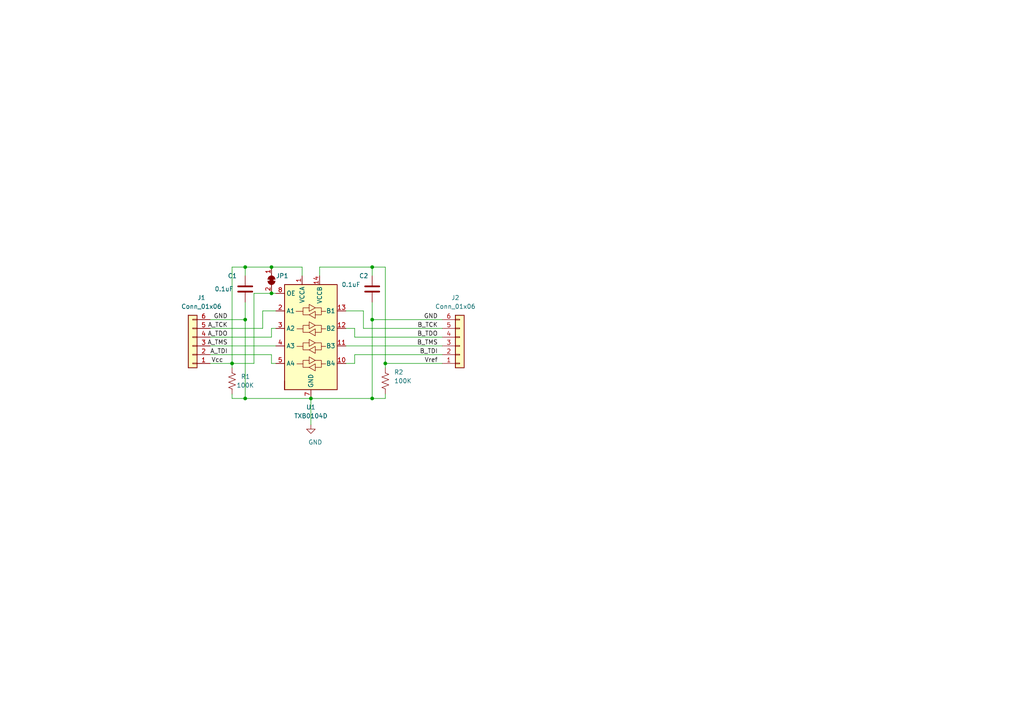
<source format=kicad_sch>
(kicad_sch (version 20210621) (generator eeschema)
  (paper "A4")
  (lib_symbols
    (symbol "Connector_Generic:Conn_01x06" (pin_names (offset 1.016) hide)
      (property "Reference" "J" (at 0 7.62 0))
      (property "Value" "Conn_01x06" (at 0 -10.16 0))
      (symbol "Conn_01x06_1_1"
        (rectangle (start -1.27 -7.493) (end 0 -7.747) (stroke (width 0.1524)))
        (rectangle (start -1.27 -4.953) (end 0 -5.207) (stroke (width 0.1524)))
        (rectangle (start -1.27 -2.413) (end 0 -2.667) (stroke (width 0.1524)))
        (rectangle (start -1.27 0.127) (end 0 -0.127) (stroke (width 0.1524)))
        (rectangle (start -1.27 2.667) (end 0 2.413) (stroke (width 0.1524)))
        (rectangle (start -1.27 5.207) (end 0 4.953) (stroke (width 0.1524)))
        (rectangle (start -1.27 6.35) (end 1.27 -8.89) (stroke (width 0.254)) (fill (type background)))
        (pin passive line (at -5.08 5.08 0) (length 3.81) (name "Pin_1") (number "1"))
        (pin passive line (at -5.08 2.54 0) (length 3.81) (name "Pin_2") (number "2"))
        (pin passive line (at -5.08 0 0) (length 3.81) (name "Pin_3") (number "3"))
        (pin passive line (at -5.08 -2.54 0) (length 3.81) (name "Pin_4") (number "4"))
        (pin passive line (at -5.08 -5.08 0) (length 3.81) (name "Pin_5") (number "5"))
        (pin passive line (at -5.08 -7.62 0) (length 3.81) (name "Pin_6") (number "6"))
      )
    )
    (symbol "Device:C" (pin_numbers hide) (pin_names (offset 0.254))
      (property "Reference" "C" (at 0.635 2.54 0))
      (property "Value" "C" (at 0.635 -2.54 0))
      (symbol "C_0_1"
        (polyline (pts (xy -2.032 -0.762) (xy 2.032 -0.762)) (stroke (width 0.508)))
        (polyline (pts (xy -2.032 0.762) (xy 2.032 0.762)) (stroke (width 0.508)))
      )
      (symbol "C_1_1"
        (pin passive line (at 0 3.81 270) (length 2.794) (name "~") (number "1"))
        (pin passive line (at 0 -3.81 90) (length 2.794) (name "~") (number "2"))
      )
    )
    (symbol "Device:R_US" (pin_numbers hide) (pin_names (offset 0))
      (property "Reference" "R" (at 2.54 0 90))
      (property "Value" "R_US" (at -2.54 0 90))
      (symbol "R_US_0_1"
        (polyline (pts (xy 0 -2.286) (xy 0 -2.54)))
        (polyline (pts (xy 0 2.286) (xy 0 2.54)))
        (polyline (pts (xy 0 -0.762) (xy 1.016 -1.143) (xy 0 -1.524) (xy -1.016 -1.905) (xy 0 -2.286)))
        (polyline (pts (xy 0 0.762) (xy 1.016 0.381) (xy 0 0) (xy -1.016 -0.381) (xy 0 -0.762)))
        (polyline (pts (xy 0 2.286) (xy 1.016 1.905) (xy 0 1.524) (xy -1.016 1.143) (xy 0 0.762)))
      )
      (symbol "R_US_1_1"
        (pin passive line (at 0 3.81 270) (length 1.27) (name "~") (number "1"))
        (pin passive line (at 0 -3.81 90) (length 1.27) (name "~") (number "2"))
      )
    )
    (symbol "Jumper:SolderJumper_2_Bridged" (pin_names (offset 0) hide)
      (property "Reference" "JP" (at 0 2.032 0))
      (property "Value" "SolderJumper_2_Bridged" (at 0 -2.54 0))
      (symbol "SolderJumper_2_Bridged_0_1"
        (arc (start -0.254 1.016) (end -0.254 -1.016) (radius (at -0.254 0) (length 1.016) (angles 90.1 -90.1)))
        (arc (start 0.254 -1.016) (end 0.254 1.016) (radius (at 0.254 0) (length 1.016) (angles -89.9 89.9)))
        (arc (start -0.254 1.016) (end -0.254 -1.016) (radius (at -0.254 0) (length 1.016) (angles 90.1 -90.1)) (fill (type outline)))
        (arc (start 0.254 -1.016) (end 0.254 1.016) (radius (at 0.254 0) (length 1.016) (angles -89.9 89.9)) (fill (type outline)))
        (rectangle (start -0.508 0.508) (end 0.508 -0.508) (fill (type outline)))
        (polyline (pts (xy -0.254 1.016) (xy -0.254 -1.016)))
        (polyline (pts (xy 0.254 1.016) (xy 0.254 -1.016)))
      )
      (symbol "SolderJumper_2_Bridged_1_1"
        (pin passive line (at -3.81 0 0) (length 2.54) (name "A") (number "1"))
        (pin passive line (at 3.81 0 180) (length 2.54) (name "B") (number "2"))
      )
    )
    (symbol "Logic_LevelTranslator:TXB0104D"
      (property "Reference" "U" (at -6.35 16.51 0))
      (property "Value" "TXB0104D" (at 3.81 16.51 0))
      (symbol "TXB0104D_0_1"
        (rectangle (start -7.62 -15.24) (end -7.62 -12.7) (stroke (width 0.254)))
        (rectangle (start -7.62 15.24) (end 7.62 -15.24) (stroke (width 0.254)) (fill (type background)))
        (polyline (pts (xy -2.286 -7.747) (xy -2.286 -6.731) (xy -0.508 -6.731)))
        (polyline (pts (xy -2.286 -2.667) (xy -2.286 -1.651) (xy -0.508 -1.651)))
        (polyline (pts (xy -2.286 2.413) (xy -2.286 3.429) (xy -0.508 3.429)))
        (polyline (pts (xy -2.286 7.493) (xy -2.286 8.509) (xy -0.508 8.509)))
        (polyline (pts (xy 3.048 -7.747) (xy 3.048 -8.763) (xy 1.27 -8.763)))
        (polyline (pts (xy 3.048 -2.667) (xy 3.048 -3.683) (xy 1.27 -3.683)))
        (polyline (pts (xy 3.048 2.413) (xy 3.048 1.397) (xy 1.27 1.397)))
        (polyline (pts (xy 3.048 7.493) (xy 3.048 6.477) (xy 1.27 6.477)))
        (polyline (pts (xy -0.508 -8.763) (xy -2.286 -8.763) (xy -2.286 -7.747) (xy -4.064 -7.747)))
        (polyline (pts (xy -0.508 -8.763) (xy 1.27 -7.747) (xy 1.27 -9.779) (xy -0.508 -8.763)))
        (polyline (pts (xy -0.508 -3.683) (xy -2.286 -3.683) (xy -2.286 -2.667) (xy -4.064 -2.667)))
        (polyline (pts (xy -0.508 -3.683) (xy 1.27 -2.667) (xy 1.27 -4.699) (xy -0.508 -3.683)))
        (polyline (pts (xy -0.508 1.397) (xy -2.286 1.397) (xy -2.286 2.413) (xy -4.064 2.413)))
        (polyline (pts (xy -0.508 1.397) (xy 1.27 2.413) (xy 1.27 0.381) (xy -0.508 1.397)))
        (polyline (pts (xy -0.508 6.477) (xy -2.286 6.477) (xy -2.286 7.493) (xy -4.318 7.493)))
        (polyline (pts (xy -0.508 6.477) (xy 1.27 7.493) (xy 1.27 5.461) (xy -0.508 6.477)))
        (polyline (pts (xy 1.27 -6.731) (xy -0.508 -7.747) (xy -0.508 -5.715) (xy 1.27 -6.731)))
        (polyline (pts (xy 1.27 -6.731) (xy 3.048 -6.731) (xy 3.048 -7.747) (xy 4.318 -7.747)))
        (polyline (pts (xy 1.27 -1.651) (xy -0.508 -2.667) (xy -0.508 -0.635) (xy 1.27 -1.651)))
        (polyline (pts (xy 1.27 -1.651) (xy 3.048 -1.651) (xy 3.048 -2.667) (xy 4.318 -2.667)))
        (polyline (pts (xy 1.27 3.429) (xy -0.508 2.413) (xy -0.508 4.445) (xy 1.27 3.429)))
        (polyline (pts (xy 1.27 3.429) (xy 3.048 3.429) (xy 3.048 2.413) (xy 4.318 2.413)))
        (polyline (pts (xy 1.27 8.509) (xy -0.508 7.493) (xy -0.508 9.525) (xy 1.27 8.509)))
        (polyline (pts (xy 1.27 8.509) (xy 3.048 8.509) (xy 3.048 7.493) (xy 4.318 7.493)))
      )
      (symbol "TXB0104D_1_1"
        (pin power_in line (at -2.54 17.78 270) (length 2.54) (name "VCCA") (number "1"))
        (pin bidirectional line (at 10.16 -7.62 180) (length 2.54) (name "B4") (number "10"))
        (pin bidirectional line (at 10.16 -2.54 180) (length 2.54) (name "B3") (number "11"))
        (pin bidirectional line (at 10.16 2.54 180) (length 2.54) (name "B2") (number "12"))
        (pin bidirectional line (at 10.16 7.62 180) (length 2.54) (name "B1") (number "13"))
        (pin power_in line (at 2.54 17.78 270) (length 2.54) (name "VCCB") (number "14"))
        (pin bidirectional line (at -10.16 7.62 0) (length 2.54) (name "A1") (number "2"))
        (pin bidirectional line (at -10.16 2.54 0) (length 2.54) (name "A2") (number "3"))
        (pin bidirectional line (at -10.16 -2.54 0) (length 2.54) (name "A3") (number "4"))
        (pin bidirectional line (at -10.16 -7.62 0) (length 2.54) (name "A4") (number "5"))
        (pin no_connect line (at -10.16 -12.7 0) (length 2.54) hide (name "NC") (number "6"))
        (pin power_in line (at 0 -17.78 90) (length 2.54) (name "GND") (number "7"))
        (pin input line (at -10.16 12.7 0) (length 2.54) (name "OE") (number "8"))
        (pin no_connect line (at 10.16 -12.7 180) (length 2.54) hide (name "NC") (number "9"))
      )
    )
    (symbol "power:GND" (power) (pin_names (offset 0))
      (property "Value" "GND" (at 0 -3.81 0))
      (symbol "GND_0_1"
        (polyline (pts (xy 0 0) (xy 0 -1.27) (xy 1.27 -1.27) (xy 0 -2.54) (xy -1.27 -1.27) (xy 0 -1.27)))
      )
      (symbol "GND_1_1"
        (pin power_in line (at 0 0 270) (length 0) hide (name "GND") (number "1"))
      )
    )
  )
  (junction (at 67.31 105.41) (diameter 0.9144))
  (junction (at 71.12 77.47) (diameter 0.9144))
  (junction (at 71.12 92.71) (diameter 0.9144))
  (junction (at 71.12 115.57) (diameter 0.9144))
  (junction (at 78.74 77.47) (diameter 0.9144))
  (junction (at 78.74 85.09) (diameter 0.9144))
  (junction (at 90.17 115.57) (diameter 0.9144))
  (junction (at 107.95 77.47) (diameter 0.9144))
  (junction (at 107.95 92.71) (diameter 0.9144))
  (junction (at 107.95 115.57) (diameter 0.9144))
  (junction (at 111.76 105.41) (diameter 0.9144))
  (wire (pts (xy 60.96 92.71) (xy 71.12 92.71)))
  (wire (pts (xy 60.96 95.25) (xy 76.2 95.25)))
  (wire (pts (xy 60.96 97.79) (xy 78.74 97.79)))
  (wire (pts (xy 60.96 100.33) (xy 80.01 100.33)))
  (wire (pts (xy 60.96 102.87) (xy 78.74 102.87)))
  (wire (pts (xy 60.96 105.41) (xy 67.31 105.41)))
  (wire (pts (xy 67.31 77.47) (xy 71.12 77.47)))
  (wire (pts (xy 67.31 105.41) (xy 67.31 77.47)))
  (wire (pts (xy 67.31 105.41) (xy 67.31 106.68)))
  (wire (pts (xy 67.31 114.3) (xy 67.31 115.57)))
  (wire (pts (xy 71.12 77.47) (xy 71.12 80.01)))
  (wire (pts (xy 71.12 77.47) (xy 78.74 77.47)))
  (wire (pts (xy 71.12 87.63) (xy 71.12 92.71)))
  (wire (pts (xy 71.12 92.71) (xy 71.12 115.57)))
  (wire (pts (xy 71.12 115.57) (xy 67.31 115.57)))
  (wire (pts (xy 73.66 85.09) (xy 73.66 105.41)))
  (wire (pts (xy 73.66 105.41) (xy 67.31 105.41)))
  (wire (pts (xy 76.2 90.17) (xy 80.01 90.17)))
  (wire (pts (xy 76.2 95.25) (xy 76.2 90.17)))
  (wire (pts (xy 78.74 77.47) (xy 87.63 77.47)))
  (wire (pts (xy 78.74 85.09) (xy 73.66 85.09)))
  (wire (pts (xy 78.74 85.09) (xy 80.01 85.09)))
  (wire (pts (xy 78.74 95.25) (xy 80.01 95.25)))
  (wire (pts (xy 78.74 97.79) (xy 78.74 95.25)))
  (wire (pts (xy 78.74 102.87) (xy 78.74 105.41)))
  (wire (pts (xy 78.74 105.41) (xy 80.01 105.41)))
  (wire (pts (xy 87.63 80.01) (xy 87.63 77.47)))
  (wire (pts (xy 90.17 115.57) (xy 71.12 115.57)))
  (wire (pts (xy 90.17 115.57) (xy 90.17 123.19)))
  (wire (pts (xy 90.17 115.57) (xy 107.95 115.57)))
  (wire (pts (xy 92.71 77.47) (xy 92.71 80.01)))
  (wire (pts (xy 92.71 77.47) (xy 107.95 77.47)))
  (wire (pts (xy 100.33 90.17) (xy 105.41 90.17)))
  (wire (pts (xy 100.33 95.25) (xy 102.87 95.25)))
  (wire (pts (xy 100.33 100.33) (xy 128.27 100.33)))
  (wire (pts (xy 100.33 105.41) (xy 102.87 105.41)))
  (wire (pts (xy 102.87 97.79) (xy 102.87 95.25)))
  (wire (pts (xy 102.87 102.87) (xy 102.87 105.41)))
  (wire (pts (xy 105.41 90.17) (xy 105.41 95.25)))
  (wire (pts (xy 107.95 77.47) (xy 107.95 80.01)))
  (wire (pts (xy 107.95 77.47) (xy 111.76 77.47)))
  (wire (pts (xy 107.95 87.63) (xy 107.95 92.71)))
  (wire (pts (xy 107.95 92.71) (xy 107.95 115.57)))
  (wire (pts (xy 107.95 92.71) (xy 128.27 92.71)))
  (wire (pts (xy 107.95 115.57) (xy 111.76 115.57)))
  (wire (pts (xy 111.76 105.41) (xy 111.76 77.47)))
  (wire (pts (xy 111.76 105.41) (xy 111.76 106.68)))
  (wire (pts (xy 111.76 105.41) (xy 128.27 105.41)))
  (wire (pts (xy 111.76 115.57) (xy 111.76 114.3)))
  (wire (pts (xy 128.27 95.25) (xy 105.41 95.25)))
  (wire (pts (xy 128.27 97.79) (xy 102.87 97.79)))
  (wire (pts (xy 128.27 102.87) (xy 102.87 102.87)))
  (label "Vcc" (at 64.77 105.41 180))
  (label "GND" (at 66.04 92.71 180))
  (label "A_TCK" (at 66.04 95.25 180))
  (label "A_TDO" (at 66.04 97.79 180))
  (label "A_TMS" (at 66.04 100.33 180))
  (label "A_TDI" (at 66.04 102.87 180))
  (label "GND" (at 127 92.71 180))
  (label "B_TCK" (at 127 95.25 180))
  (label "B_TDO" (at 127 97.79 180))
  (label "B_TMS" (at 127 100.33 180))
  (label "B_TDI" (at 127 102.87 180))
  (label "Vref" (at 127 105.41 180))
  (symbol (lib_id "power:GND") (at 90.17 123.19 0) (unit 1)
    (property "Reference" "#PWR01" (effects hide))
    (property "Value" "GND" (at 91.44 128.27 0))
  )
  (symbol (lib_id "Device:R_US") (at 67.31 110.49 0) (unit 1)
    (property "Reference" "R1" (at 69.85 109.22 0) (effects (justify left)))
    (property "Value" "100K" (at 68.58 111.76 0) (effects (justify left)))
    (property "Footprint" "Resistor_SMD:R_0805_2012Metric_Pad1.20x1.40mm_HandSolder" (effects hide))
  )
  (symbol (lib_id "Jumper:SolderJumper_2_Bridged") (at 78.74 81.28 270) (unit 1)
    (property "Reference" "JP1" (at 80.01 80.01 90) (effects (justify left)))
    (property "Value" "SolderJumper_2_Bridged" (effects hide))
    (property "Footprint" "Jumper:SolderJumper-2_P1.3mm_Bridged_Pad1.0x1.5mm" (effects hide))
  )
  (symbol (lib_id "Device:R_US") (at 111.76 110.49 0) (unit 1)
    (property "Reference" "R2" (at 114.3 107.95 0) (effects (justify left)))
    (property "Value" "100K" (at 114.3 110.49 0) (effects (justify left)))
    (property "Footprint" "Resistor_SMD:R_0805_2012Metric_Pad1.20x1.40mm_HandSolder" (effects hide))
  )
  (symbol (lib_id "Device:C") (at 71.12 83.82 0) (unit 1)
    (property "Reference" "C1" (at 66.04 80.01 0) (effects (justify left)))
    (property "Value" "0.1uF" (at 62.23 83.82 0) (effects (justify left)))
    (property "Footprint" "Capacitor_SMD:C_0805_2012Metric" (effects hide))
  )
  (symbol (lib_id "Device:C") (at 107.95 83.82 0) (unit 1)
    (property "Reference" "C2" (at 104.14 80.01 0) (effects (justify left)))
    (property "Value" "0.1uF" (at 99.06 82.55 0) (effects (justify left)))
    (property "Footprint" "Capacitor_SMD:C_0805_2012Metric" (effects hide))
  )
  (symbol (lib_id "Connector_Generic:Conn_01x06") (at 55.88 100.33 180) (unit 1)
    (property "Reference" "J1" (at 58.42 86.36 0))
    (property "Value" "Conn_01x06" (at 58.42 88.9 0))
    (property "Footprint" "Connector_PinHeader_1.27mm:PinHeader_1x06_P1.27mm_Vertical" (effects hide))
  )
  (symbol (lib_id "Connector_Generic:Conn_01x06") (at 133.35 100.33 0) (mirror x) (unit 1)
    (property "Reference" "J2" (at 132.08 86.36 0))
    (property "Value" "Conn_01x06" (at 132.08 88.9 0))
    (property "Footprint" "Connector_PinHeader_2.54mm:PinHeader_1x06_P2.54mm_Vertical" (effects hide))
  )
  (symbol (lib_id "Logic_LevelTranslator:TXB0104D") (at 90.17 97.79 0) (unit 1)
    (property "Reference" "U1" (at 90.17 118.11 0))
    (property "Value" "TXB0104D" (at 90.17 120.65 0))
    (property "Footprint" "Package_SO:SOIC-14_3.9x8.7mm_P1.27mm" (effects hide))
    (property "Datasheet" "http://www.ti.com/lit/ds/symlink/txb0104.pdf" (effects hide))
  )
)
</source>
